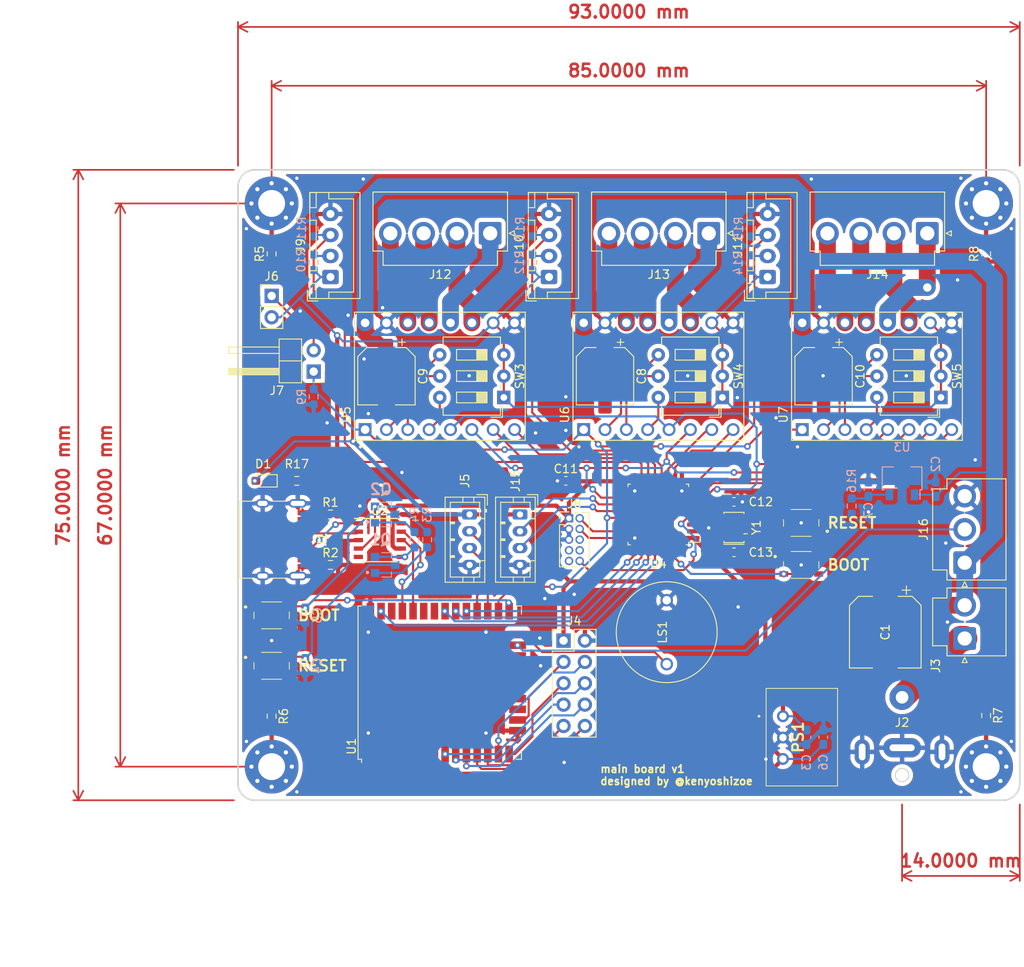
<source format=kicad_pcb>
(kicad_pcb (version 20211014) (generator pcbnew)
  (layers (0 "F.Cu" signal) (31 "B.Cu" signal) (34 "B.Paste" user) (35 "F.Paste" user) (36 "B.SilkS" user "B.Silkscreen") (37 "F.SilkS" user "F.Silkscreen") (38 "B.Mask" user) (39 "F.Mask" user) (44 "Edge.Cuts" user))
  (net 0 "")
  (net 1 "+12V")
  (net 2 "GND")
  (net 3 "EN")
  (net 4 "IO0")
  (net 5 "+3.3V")
  (net 6 "+5V")
  (net 7 "Net-(H1-Pad1)")
  (net 8 "Net-(H2-Pad1)")
  (net 9 "Net-(H3-Pad1)")
  (net 10 "Net-(H4-Pad1)")
  (net 12 "Net-(J1-PadA5)")
  (net 13 "Net-(J1-PadA6)")
  (net 14 "Net-(J1-PadA7)")
  (net 16 "Net-(J1-PadB5)")
  (net 18 "Net-(J2-Pad1)")
  (net 19 "HSPI_MOSI")
  (net 20 "HSPI_SCK")
  (net 21 "HSPI_MISO")
  (net 22 "TOUCH_IRQ")
  (net 23 "LCD_BACKLIGHT")
  (net 24 "LCD_RESET")
  (net 25 "TOUCH_CS")
  (net 26 "LCD_CS")
  (net 27 "ESP32_TX1")
  (net 28 "ESP32_RX1")
  (net 29 "Net-(J6-Pad1)")
  (net 30 "~{EMG}")
  (net 31 "Net-(J9-Pad2)")
  (net 32 "SENS_IN1")
  (net 33 "SENS_IN2")
  (net 34 "Net-(J12-Pad1)")
  (net 35 "Net-(J12-Pad2)")
  (net 36 "Net-(J12-Pad3)")
  (net 37 "Net-(J12-Pad4)")
  (net 38 "Net-(J13-Pad1)")
  (net 39 "Net-(J13-Pad2)")
  (net 40 "Net-(J13-Pad3)")
  (net 41 "Net-(J13-Pad4)")
  (net 42 "Net-(J14-Pad1)")
  (net 43 "Net-(J14-Pad2)")
  (net 44 "Net-(J14-Pad3)")
  (net 45 "Net-(J14-Pad4)")
  (net 46 "Net-(Q1-Pad1)")
  (net 47 "Net-(Q1-Pad2)")
  (net 48 "Net-(Q2-Pad1)")
  (net 49 "Net-(Q2-Pad2)")
  (net 50 "Net-(SW3-Pad6)")
  (net 51 "Net-(SW4-Pad4)")
  (net 52 "Net-(SW4-Pad5)")
  (net 53 "Net-(SW4-Pad6)")
  (net 54 "Net-(SW5-Pad6)")
  (net 64 "ESP32_TX2")
  (net 65 "ESP32_RX2")
  (net 66 "VSPI_SCK")
  (net 67 "VSPI_MISO")
  (net 71 "VSPI_MOSI")
  (net 73 "~{SLEEP}")
  (net 74 "RESET")
  (net 75 "STEP_3")
  (net 76 "DIR_3")
  (net 77 "STEP_2")
  (net 78 "DIR_2")
  (net 79 "STEP_1")
  (net 80 "DIR_1")
  (net 82 "SENS_IN3")
  (net 83 "Net-(SW3-Pad4)")
  (net 84 "Net-(SW3-Pad5)")
  (net 85 "Net-(SW5-Pad4)")
  (net 86 "Net-(SW5-Pad5)")
  (net 87 "STM32_nRESET")
  (net 88 "STM32_CS")
  (net 89 "Net-(U4-Pad2)")
  (net 90 "Net-(U4-Pad3)")
  (net 91 "STM32_USART1_TX")
  (net 92 "STM32_USART1_RX")
  (net 94 "STM32_SWDIO")
  (net 95 "STM32_SWCLK")
  (net 101 "Net-(J10-Pad2)")
  (net 102 "Net-(J11-Pad2)")
  (net 103 "Net-(SW7-Pad3)")
  (net 104 "WS2815")
  (net 106 "Net-(D1-Pad1)")
  (net 107 "Net-(U1-Pad24)")
  (footprint "Resistor_SMD:R_0603_1608Metric_Pad0.98x0.95mm_HandSolder" (layer "F.Cu") (at 149 124.9125 -90)
    (fp_text reference "R7")
    (fp_text value "0")
  )
  (footprint "Samacsys:SKRPABE010" (layer "F.Cu") (at 64 119)
    (fp_text reference "RESET")
    (fp_text value "SW_MEC_5E" hide)
  )
  (footprint "Crystal:Resonator_SMD_Murata_CSTxExxV-3Pin_3.0x1.1mm_HandSoldering" (layer "F.Cu") (at 119 102.545 90)
    (fp_text reference "Y1")
    (fp_text value "Crystal_GND2")
  )
  (footprint "Resistor_SMD:R_0603_1608Metric_Pad0.98x0.95mm_HandSolder" (layer "F.Cu") (at 64 70 90)
    (fp_text reference "R5")
    (fp_text value "0")
  )
  (footprint "Connector_JST:JST_VH_B2P-VH_1x02_P3.96mm_Vertical" (layer "F.Cu") (at 146.45 115.7575 90)
    (fp_text reference "J3")
    (fp_text value "Conn_01x02")
  )
  (footprint "RF_Module:ESP32-WROOM-32U" (layer "F.Cu") (at 84 121 90)
    (fp_text reference "U1")
    (fp_text value "ESP32-WROOM-32U")
  )
  (footprint "A4988_STEPPER_MOTOR_DRIVER_CARRIER:MODULE_A4988_STEPPER_MOTOR_DRIVER_CARRIER" (layer "F.Cu") (at 110.01 84.555 90)
    (fp_text reference "U6")
    (fp_text value "A4988_STEPPER_MOTOR_DRIVER_CARRIER")
  )
  (footprint "MountingHole:MountingHole_3.2mm_M3_Pad_Via" (layer "F.Cu") (at 149 64)
    (fp_text reference "H4" hide)
    (fp_text value "MountingHole_Pad" hide)
  )
  (footprint "Connector_PinHeader_2.54mm:PinHeader_2x05_P2.54mm_Vertical" (layer "F.Cu") (at 98.725 116)
    (fp_text reference "J4")
    (fp_text value "Conn_02x05_Counter_Clockwise")
  )
  (footprint "Samacsys:SKRPABE010" (layer "F.Cu") (at 127 107)
    (fp_text reference "BOOT")
    (fp_text value "SW_MEC_5E" hide)
  )
  (footprint "Connector_PinHeader_2.54mm:PinHeader_1x02_P2.54mm_Horizontal" (layer "F.Cu") (at 69 84 180)
    (fp_text reference "J7")
    (fp_text value "Conn_01x02")
  )
  (footprint "Button_Switch_THT:SW_DIP_SPSTx03_Slide_6.7x9.18mm_W7.62mm_P2.54mm_LowProfile" (layer "F.Cu") (at 143.62 87.08 180)
    (fp_text reference "SW5")
    (fp_text value "SW_DIP_x03")
  )
  (footprint "brio:logo_mask" (layer "F.Cu") (at 112 126)
    (fp_text reference "G***" hide)
    (fp_text value "LOGO" hide)
  )
  (footprint "Connector_PinHeader_2.54mm:PinHeader_1x02_P2.54mm_Vertical" (layer "F.Cu") (at 64 75)
    (fp_text reference "J6")
    (fp_text value "Conn_01x02")
  )
  (footprint "Connector_PinHeader_1.27mm:PinHeader_2x05_P1.27mm_Vertical" (layer "F.Cu") (at 99.375 101.45)
    (fp_text reference "J8")
    (fp_text value "Conn_02x05_Odd_Even")
  )
  (footprint "Samacsys:SKRPABE010" (layer "F.Cu") (at 127 102 180)
    (fp_text reference "RESET")
    (fp_text value "SW_MEC_5E" hide)
  )
  (footprint "Connector_JST:JST_XH_B4B-XH-A_1x04_P2.50mm_Vertical" (layer "F.Cu") (at 123 72.75 90)
    (fp_text reference "J11")
    (fp_text value "Conn_01x04")
  )
  (footprint "Button_Switch_THT:SW_DIP_SPSTx03_Slide_6.7x9.18mm_W7.62mm_P2.54mm_LowProfile" (layer "F.Cu") (at 91.62 87.08 180)
    (fp_text reference "SW3")
    (fp_text value "SW_DIP_x03")
  )
  (footprint "A4988_STEPPER_MOTOR_DRIVER_CARRIER:MODULE_A4988_STEPPER_MOTOR_DRIVER_CARRIER" (layer "F.Cu") (at 84.01 84.555 90)
    (fp_text reference "U5")
    (fp_text value "A4988_STEPPER_MOTOR_DRIVER_CARRIER")
  )
  (footprint "Samacsys:R78E1205" (layer "F.Cu") (at 124.8275 125 -90)
    (fp_text reference "PS1")
    (fp_text value "R-78E3.3-0.5" hide)
  )
  (footprint "Capacitor_SMD:CP_Elec_6.3x5.7" (layer "F.Cu") (at 129.66 84.555 -90)
    (fp_text reference "C10")
    (fp_text value "100u")
  )
  (footprint "brio:UDB-05LFPN" (layer "F.Cu") (at 111 115 90)
    (fp_text reference "LS1")
    (fp_text value "Speaker")
  )
  (footprint "Connector_JST:JST_XH_B4B-XH-A_1x04_P2.50mm_Vertical" (layer "F.Cu") (at 71 72.75 90)
    (fp_text reference "J9")
    (fp_text value "Conn_01x04")
  )
  (footprint "Package_QFP:LQFP-32_7x7mm_P0.8mm" (layer "F.Cu") (at 110 101 180)
    (fp_text reference "U4")
    (fp_text value "STM32F303K8Tx")
  )
  (footprint "Connector_JST:JST_XH_B4B-XH-A_1x04_P2.50mm_Vertical" (layer "F.Cu") (at 97 72.75 90)
    (fp_text reference "J10")
    (fp_text value "Conn_01x04")
  )
  (footprint "Button_Switch_THT:SW_DIP_SPSTx03_Slide_6.7x9.18mm_W7.62mm_P2.54mm_LowProfile" (layer "F.Cu") (at 117.62 87.08 180)
    (fp_text reference "SW4")
    (fp_text value "SW_DIP_x03")
  )
  (footprint "Connector_JST:JST_VH_B4P-VH_1x04_P3.96mm_Vertical" (layer "F.Cu") (at 116 67.55 180)
    (fp_text reference "J13")
    (fp_text value "Conn_01x04")
  )
  (footprint "Samacsys:SKRPABE010" (layer "F.Cu") (at 64 113)
    (fp_text reference "BOOT")
    (fp_text value "SW_MEC_5E" hide)
  )
  (footprint "Resistor_SMD:R_0603_1608Metric_Pad0.98x0.95mm_HandSolder" (layer "F.Cu") (at 71 107)
    (fp_text reference "R2")
    (fp_text value "22")
  )
  (footprint "MountingHole:MountingHole_3.2mm_M3_Pad_Via" (layer "F.Cu") (at 149 131)
    (fp_text reference "H3" hide)
    (fp_text value "MountingHole_Pad" hide)
  )
  (footprint "Connector_USB:USB_C_Receptacle_XKB_U262-16XN-4BVC11" (layer "F.Cu") (at 64 104 -90)
    (fp_text reference "J1")
    (fp_text value "USB_C_Receptacle_USB2.0")
  )
  (footprint "Capacitor_SMD:CP_Elec_6.3x5.7" (layer "F.Cu") (at 103.66 84.555 -90)
    (fp_text reference "C8")
    (fp_text value "100u")
  )
  (footprint "Resistor_SMD:R_0603_1608Metric_Pad0.98x0.95mm_HandSolder" (layer "F.Cu") (at 64 125 -90)
    (fp_text reference "R6")
    (fp_text value "0")
  )
  (footprint "Connector_JST:JST_PH_B4B-PH-K_1x04_P2.00mm_Vertical" (layer "F.Cu") (at 93.55 101 -90)
    (fp_text reference "J15")
    (fp_text value "Conn_01x04")
  )
  (footprint "Capacitor_SMD:C_0603_1608Metric_Pad1.08x0.95mm_HandSolder" (layer "F.Cu") (at 119 99.5 180)
    (fp_text reference "C12")
    (fp_text value "0.1u")
  )
  (footprint "Connector_JST:JST_VH_B4P-VH_1x04_P3.96mm_Vertical" (layer "F.Cu") (at 142 67.55 180)
    (fp_text reference "J14")
    (fp_text value "Conn_01x04")
  )
  (footprint "Connector_JST:JST_VH_B3P-VH_1x03_P3.96mm_Vertical" (layer "F.Cu") (at 146.45 106.7375 90)
    (fp_text reference "J16")
    (fp_text value "Conn_01x03")
  )
  (footprint "A4988_STEPPER_MOTOR_DRIVER_CARRIER:MODULE_A4988_STEPPER_MOTOR_DRIVER_CARRIER" (layer "F.Cu") (at 136.01 84.555 90)
    (fp_text reference "U7")
    (fp_text value "A4988_STEPPER_MOTOR_DRIVER_CARRIER")
  )
  (footprint "Resistor_SMD:R_0603_1608Metric_Pad0.98x0.95mm_HandSolder" (layer "F.Cu") (at 71 101)
    (fp_text reference "R1")
    (fp_text value "22")
  )
  (footprint "Connector_JST:JST_PH_B4B-PH-K_1x04_P2.00mm_Vertical" (layer "F.Cu") (at 87.55 101 -90)
    (fp_text reference "J5")
    (fp_text value "Conn_01x04")
  )
  (footprint "Resistor_SMD:R_0603_1608Metric_Pad0.98x0.95mm_HandSolder" (layer "F.Cu") (at 67 97 180)
    (fp_text reference "R17")
    (fp_text value "1k")
  )
  (footprint "LED_SMD:LED_0603_1608Metric_Pad1.05x0.95mm_HandSolder" (layer "F.Cu") (at 63 97 180)
    (fp_text reference "D1")
    (fp_text value "LED")
  )
  (footprint "Capacitor_SMD:C_0603_1608Metric_Pad1.08x0.95mm_HandSolder" (layer "F.Cu") (at 99 97)
    (fp_text reference "C11")
    (fp_text value "0.1u")
  )
  (footprint "Resistor_SMD:R_0603_1608Metric_Pad0.98x0.95mm_HandSolder" (layer "F.Cu") (at 149 70 90)
    (fp_text reference "R8")
    (fp_text value "0")
  )
  (footprint "Capacitor_SMD:CP_Elec_8x10" (layer "F.Cu") (at 137 115 -90)
    (fp_text reference "C1")
    (fp_text value "220u")
  )
  (footprint "brio:2DC-G213-D42" (layer "F.Cu") (at 139 122.75 180)
    (fp_text reference "J2")
    (fp_text value "Jack-DC")
    (fp_circle (center 0 -9.25) (end 0.8 -9.25) (layer "Edge.Cuts") (width 0.12) (fill none))
  )
  (footprint "Capacitor_SMD:C_0603_1608Metric_Pad1.08x0.95mm_HandSolder" (layer "F.Cu") (at 119 105.5 180)
    (fp_text reference "C13")
    (fp_text value "0.1u")
  )
  (footprint "MountingHole:MountingHole_3.2mm_M3_Pad_Via" (layer "F.Cu") (at 64 64)
    (fp_text reference "H1" hide)
    (fp_text value "MountingHole_Pad" hide)
  )
  (footprint "Capacitor_SMD:CP_Elec_6.3x5.7" (layer "F.Cu") (at 77.66 84.555 -90)
    (fp_text reference "C9")
    (fp_text value "100u")
  )
  (footprint "Package_SO:SSOP-10_3.9x4.9mm_P1.00mm" (layer "F.Cu") (at 76.8675 104.05)
    (fp_text reference "U2")
    (fp_text value "CH340K")
  )
  (footprint "Connector_JST:JST_VH_B4P-VH_1x04_P3.96mm_Vertical" (layer "F.Cu") (at 90 67.55 180)
    (fp_text reference "J12")
    (fp_text value "Conn_01x04")
  )
  (footprint "MountingHole:MountingHole_3.2mm_M3_Pad_Via" (layer "F.Cu") (at 64 131)
    (fp_text reference "H2" hide)
    (fp_text value "MountingHole_Pad" hide)
  )
  (footprint "Resistor_SMD:R_0603_1608Metric_Pad0.98x0.95mm_HandSolder" (layer "B.Cu") (at 82.5 104 -90)
    (fp_text reference "R3")
    (fp_text value "10k")
  )
  (footprint "Capacitor_SMD:C_0603_1608Metric_Pad1.08x0.95mm_HandSolder" (layer "B.Cu") (at 68 119 90)
    (fp_text reference "C4")
    (fp_text value "0.1u")
  )
  (footprint "Resistor_SMD:R_0603_1608Metric_Pad0.98x0.95mm_HandSolder" (layer "B.Cu") (at 133 100 90)
    (fp_text reference "R16")
    (fp_text value "10k")
  )
  (footprint "Capacitor_SMD:C_0603_1608Metric_Pad1.08x0.95mm_HandSolder" (layer "B.Cu") (at 129.6275 127.49 -90)
    (fp_text reference "C6")
    (fp_text value "10u")
  )
  (footprint "Samacsys:2SC3325YLF" (layer "B.Cu") (at 77 101 90)
    (fp_text reference "Q2")
    (fp_text value "2SC3325-Y,LF" hide)
  )
  (footprint "Resistor_SMD:R_0603_1608Metric_Pad0.98x0.95mm_HandSolder" (layer "B.Cu") (at 69 67 -90)
    (fp_text reference "R11")
    (fp_text value "10k")
  )
  (footprint "Resistor_SMD:R_0603_1608Metric_Pad0.98x0.95mm_HandSolder" (layer "B.Cu") (at 95 71 90)
    (fp_text reference "R12")
    (fp_text value "100")
  )
  (footprint "Resistor_SMD:R_0603_1608Metric_Pad0.98x0.95mm_HandSolder" (layer "B.Cu") (at 69 87 -90)
    (fp_text reference "R9")
    (fp_text value "10k")
  )
  (footprint "Samacsys:2SC3325YLF" (layer "B.Cu") (at 77 107 90)
    (fp_text reference "Q1")
    (fp_text value "2SC3325-Y,LF" hide)
  )
  (footprint "Capacitor_SMD:C_0603_1608Metric_Pad1.08x0.95mm_HandSolder" (layer "B.Cu") (at 127.6275 127.49 90)
    (fp_text reference "C3")
    (fp_text value "10u")
  )
  (footprint "Package_TO_SOT_SMD:SOT-89-3" (layer "B.Cu") (at 139 97 90)
    (fp_text reference "U3")
    (fp_text value "AP2204R-5.0")
  )
  (footprint "Capacitor_SMD:C_0603_1608Metric_Pad1.08x0.95mm_HandSolder" (layer "B.Cu") (at 143 98 -90)
    (fp_text reference "C2")
    (fp_text value "0.1u")
  )
  (footprint "Capacitor_SMD:C_0603_1608Metric_Pad1.08x0.95mm_HandSolder" (layer "B.Cu") (at 135 98 -90)
    (fp_text reference "C7")
    (fp_text value "0.1u")
  )
  (footprint "Resistor_SMD:R_0603_1608Metric_Pad0.98x0.95mm_HandSolder" (layer "B.Cu") (at 69 71 90)
    (fp_text reference "R10")
    (fp_text value "100")
  )
  (footprint "Resistor_SMD:R_0603_1608Metric_Pad0.98x0.95mm_HandSolder" (layer "B.Cu") (at 95 67 -90)
    (fp_text reference "R13")
    (fp_text value "10k")
  )
  (footprint "Capacitor_SMD:C_0603_1608Metric_Pad1.08x0.95mm_HandSolder" (layer "B.Cu") (at 68 113 90)
    (fp_text reference "C5")
    (fp_text value "0.1u")
  )
  (footprint "Resistor_SMD:R_0603_1608Metric_Pad0.98x0.95mm_HandSolder" (layer "B.Cu") (at 121 67 -90)
    (fp_text reference "R15")
    (fp_text value "10k")
  )
  (footprint "Resistor_SMD:R_0603_1608Metric_Pad0.98x0.95mm_HandSolder" (layer "B.Cu") (at 121 71.0875 90)
    (fp_text reference "R14")
    (fp_text value "100")
  )
  (footprint "Resistor_SMD:R_0603_1608Metric_Pad0.98x0.95mm_HandSolder" (layer "B.Cu") (at 81 104 90)
    (fp_text reference "R4")
    (fp_text value "10k")
  )
  (gr_line locked (start 60 62) (end 60 133) (layer "Edge.Cuts") (width 0.2))
  (gr_arc (start 153 133) (mid 152.414214 134.414214) (end 151 135) (layer "Edge.Cuts") (width 0.2))
  (gr_line locked (start 151 60) (end 62 60) (layer "Edge.Cuts") (width 0.2))
  (gr_line locked (start 153 133) (end 153 62) (layer "Edge.Cuts") (width 0.2))
  (gr_line locked (start 62 135) (end 151 135) (layer "Edge.Cuts") (width 0.2))
  (gr_arc (start 60 62) (mid 60.585786 60.585786) (end 62 60) (layer "Edge.Cuts") (width 0.2))
  (gr_arc (start 151 60) (mid 152.414214 60.585786) (end 153 62) (layer "Edge.Cuts") (width 0.2))
  (gr_arc (start 62 135) (mid 60.585786 134.414214) (end 60 133) (layer "Edge.Cuts") (width 0.2))
  (gr_text "main board v1\ndesigned by @kenyoshizoe\n" (at 103 132) (layer "F.SilkS") (effects (font (size 0.9 0.9) (thickness 0.2)) (justify left)))
  (dimension (type aligned) (layer "F.Cu") (pts (xy 60 60) (xy 60 135)) (height 18.999999) (gr_text "75.0000 mm" (at 39.200001 97.5 90) (layer "F.Cu") (effects (font (size 1.5 1.5) (thickness 0.3)))) (format (units 3) (units_format 1) (precision 4)) (style (thickness 0.2) (arrow_length 1.27) (text_position_mode 0) (extension_height 0.58642) (extension_offset 0.5) keep_text_aligned))
  (dimension (type aligned) (layer "F.Cu") (pts (xy 149 64) (xy 64 64)) (height 13.999999) (gr_text "85.0000 mm" (at 106.5 48.200001) (layer "F.Cu") (effects (font (size 1.5 1.5) (thickness 0.3)))) (format (units 3) (units_format 1) (precision 4)) (style (thickness 0.2) (arrow_length 1.27) (text_position_mode 0) (extension_height 0.58642) (extension_offset 0.5) keep_text_aligned))
  (dimension (type aligned) (layer "F.Cu") (pts (xy 64 64) (xy 64 131)) (height 17.999999) (gr_text "67.0000 mm" (at 44.200001 97.5 90) (layer "F.Cu") (effects (font (size 1.5 1.5) (thickness 0.3)))) (format (units 3) (units_format 1) (precision 4)) (style (thickness 0.2) (arrow_length 1.27) (text_position_mode 0) (extension_height 0.58642) (extension_offset 0.5) keep_text_aligned))
  (dimension (type aligned) (layer "F.Cu") (pts (xy 153 135) (xy 139 135)) (height -9) (gr_text "14.0000 mm" (at 146 142.2) (layer "F.Cu") (effects (font (size 1.5 1.5) (thickness 0.3)))) (format (units 3) (units_format 1) (precision 4)) (style (thickness 0.2) (arrow_length 1.27) (text_position_mode 0) (extension_height 0.58642) (extension_offset 0.5) keep_text_aligned))
  (dimension (type aligned) (layer "F.Cu") (pts (xy 60 60) (xy 153 60)) (height -17) (gr_text "93.0000 mm" (at 106.5 41.2) (layer "F.Cu") (effects (font (size 1.5 1.5) (thickness 0.3)))) (format (units 3) (units_format 1) (precision 4)) (style (thickness 0.2) (arrow_length 1.27) (text_position_mode 0) (extension_height 0.58642) (extension_offset 0.5) keep_text_aligned))
  (segment (start 103.66 81.855) (end 101.12 79.315) (width 2) (layer "F.Cu") (net 1))
  (segment (start 146.45 111.7975) (end 137.0475 111.7975) (width 2) (layer "F.Cu") (net 1))
  (segment (start 73.7 85.815) (end 77.66 81.855) (width 0.5) (layer "F.Cu") (net 1))
  (segment (start 77.66 81.855) (end 75.12 79.315) (width 2) (layer "F.Cu") (net 1))
  (segment (start 75.12 79.315) (end 75.12 78.205) (width 2) (layer "F.Cu") (net 1))
  (segment (start 129.66 81.855) (end 127.12 79.315) (width 2) (layer "F.Cu") (net 1))
  (segment (start 93.55 101) (end 87.55 101) (width 0.5) (layer "F.Cu") (net 1))
  (segment (start 137.0475 111.7975) (end 137 111.75) (width 2) (layer "F.Cu") (net 1))
  (segment (start 101.12 79.315) (end 101.12 78.205) (width 2) (layer "F.Cu") (net 1))
  (segment (start 127.12 79.315) (end 127.12 78.205) (width 2) (layer "F.Cu") (net 1))
  (segment (start 131.25 111.75) (end 137 111.75) (width 0.5) (layer "F.Cu") (net 1))
  (segment (start 124.8275 118.1725) (end 131.25 111.75) (width 0.5) (layer "F.Cu") (net 1))
  (segment (start 73.7 92.3) (end 73.7 85.815) (width 0.5) (layer "F.Cu") (net 1))
  (segment (start 124.8275 125) (end 124.8275 118.1725) (width 0.5) (layer "F.Cu") (net 1))
  (via (at 62 97) (size 0.8) (drill 0.4) (layers "F.Cu" "B.Cu") (net 1))
  (via (at 73.7 92.3) (size 0.8) (drill 0.4) (layers "F.Cu" "B.Cu") (net 1))
  (segment (start 101.12 62.12) (end 101.24 62) (width 2) (layer "B.Cu") (net 1))
  (segment (start 127.12 78.205) (end 127.12 70.88) (width 2) (layer "B.Cu") (net 1))
  (segment (start 127.6275 126.6275) (end 126 125) (width 0.25) (layer "B.Cu") (net 1))
  (segment (start 82.4 101) (end 73.7 92.3) (width 0.5) (layer "B.Cu") (net 1))
  (segment (start 145.8625 96) (end 150 96) (width 0.25) (layer "B.Cu") (net 1))
  (segment (start 77 62) (end 101.24 62) (width 2) (layer "B.Cu") (net 1))
  (segment (start 62 97) (end 66.7 92.3) (width 0.25) (layer "B.Cu") (net 1))
  (segment (start 101.24 62) (end 126 62) (width 2) (layer "B.Cu") (net 1))
  (segment (start 146.45 106.7375) (end 146.45 111.7975) (width 2) (layer "B.Cu") (net 1))
  (segment (start 75.12 63.88) (end 77 62) (width 2) (layer "B.Cu") (net 1))
  (segment (start 143 98.8625) (end 145.8625 96) (width 0.25) (layer "B.Cu") (net 1))
  (segment (start 147.88 70.88) (end 150 73) (width 2) (layer "B.Cu") (net 1))
  (segment (start 140.5 98.65) (end 142.7875 98.65) (width 0.25) (layer "B.Cu") (net 1))
  (segment (start 87.55 101) (end 82.4 101) (width 0.5) (layer "B.Cu") (net 1))
  (segment (start 150 96) (end 150 103.1875) (width 2) (layer "B.Cu") (net 1))
  (segment (start 127.12 63.12) (end 126 62) (width 2) (layer "B.Cu") (net 1))
  (segment (start 101.12 78.205) (end 101.12 62.12) (width 2) (layer "B.Cu") (net 1))
  (segment (start 75.12 78.205) (end 75.12 63.88) (width 2) (layer "B.Cu") (net 1))
  (segment (start 127.12 70.88) (end 127.12 63.12) (width 2) (layer "B.Cu") (net 1))
  (segment (start 126 125) (end 124.8275 125) (width 0.25) (layer "B.Cu") (net 1))
  (segment (start 150 103.1875) (end 146.45 106.7375) (width 2) (layer "B.Cu") (net 1))
  (segment (start 142.7875 98.65) (end 143 98.8625) (width 0.25) (layer "B.Cu") (net 1))
  (segment (start 150 73) (end 150 96) (width 2) (layer "B.Cu") (net 1))
  (segment (start 127.12 70.88) (end 147.88 70.88) (width 2) (layer "B.Cu") (net 1))
  (segment (start 66.7 92.3) (end 73.7 92.3) (width 0.25) (layer "B.Cu") (net 1))
  (segment (start 113.1745 105.175) (end 113.7 104.6495) (width 0.25) (layer "F.Cu") (net 2))
  (segment (start 112.8 105.175) (end 113.1745 105.175) (width 0.25) (layer "F.Cu") (net 2))
  (via (at 128.2 61.1) (size 0.8) (drill 0.4) (layers "F.Cu" "B.Cu") (net 2))
  (via (at 129.6 84.5) (size 0.8) (drill 0.4) (layers "F.Cu" "B.Cu") (net 2))
  (via (at 146 61) (size 0.8) (drill 0.4) (layers "F.Cu" "B.Cu") (net 2))
  (via (at 89.5 127) (size 0.8) (drill 0.4) (layers "F.Cu" "B.Cu") (net 2))
  (via (at 112.8 98.2) (size 0.8) (drill 0.4) (layers "F.Cu" "B.Cu") (net 2))
  (via (at 116 102.6) (size 0.8) (drill 0.4) (layers "F.Cu" "B.Cu") (net 2))
  (via (at 152 128) (size 0.8) (drill 0.4) (layers "F.Cu" "B.Cu") (net 2))
  (via (at 107.2 103.8) (size 0.8) (drill 0.4) (layers "F.Cu" "B.Cu") (net 2))
  (via (at 61 128) (size 0.8) (drill 0.4) (layers "F.Cu" "B.Cu") (net 2))
  (via (at 74.5 100) (size 0.8) (drill 0.4) (layers "F.Cu" "B.Cu") (net 2))
  (via (at 100 110.5) (size 0.8) (drill 0.4) (layers "F.Cu" "B.Cu") (net 2))
  (via (at 98 97) (size 0.8) (drill 0.4) (layers "F.Cu" "B.Cu") (net 2))
  (via (at 96 119) (size 0.8) (drill 0.4) (layers "F.Cu" "B.Cu") (net 2))
  (via (at 127 107) (size 0.8) (drill 0.4) (layers "F.Cu" "B.Cu") (net 2))
  (via (at 129.2 76.3) (size 0.8) (drill 0.4) (layers "F.Cu" "B.Cu") (net 2))
  (via (at 96.5 111) (size 0.8) (drill 0.4) (layers "F.Cu" "B.Cu") (net 2))
  (via (at 99 87) (size 0.8) (drill 0.4) (layers "F.Cu" "B.Cu") (net 2))
  (via (at 73.1 77.3) (size 0.8) (drill 0.4) (layers "F.Cu" "B.Cu") (net 2))
  (via (at 107.2 98.2) (size 0.8) (drill 0.4) (layers "F.Cu" "B.Cu") (net 2))
  (via (at 135 100.7) (size 0.8) (drill 0.4) (layers "F.Cu" "B.Cu") (net 2))
  (via (at 67.4 76.8) (size 0.8) (drill 0.4) (layers "F.Cu" "B.Cu") (net 2))
  (via (at 98.8 130.5) (size 0.8) (drill 0.4) (layers "F.Cu" "B.Cu") (net 2))
  (via (at 144.4 113.8) (size 0.8) (drill 0.4) (layers "F.Cu" "B.Cu") (net 2))
  (via (at 75.5 127) (size 0.8) (drill 0.4) (layers "F.Cu" "B.Cu") (net 2))
  (via (at 87.5 84.5) (size 0.8) (drill 0.4) (layers "F.Cu" "B.Cu") (net 2))
  (via (at 119.5 112) (size 0.8) (drill 0.4) (layers "F.Cu" "B.Cu") (net 2))
  (via (at 147.7 94.5) (size 0.8) (drill 0.4) (layers "F.Cu" "B.Cu") (net 2))
  (via (at 75.5 89) (size 0.8) (drill 0.4) (layers "F.Cu" "B.Cu") (net 2))
  (via (at 113.5 84.5) (size 0.8) (drill 0.4) (layers "F.Cu" "B.Cu") (net 2))
  (via (at 77.2 76.4) (size 0.8) (drill 0.4) (layers "F.Cu" "B.Cu") (net 2))
  (via (at 127 102) (size 0.8) (drill 0.4) (layers "F.Cu" "B.Cu") (net 2))
  (via (at 122.8 130.1) (size 0.8) (drill 0.4) (layers "F.Cu" "B.Cu") (net 2))
  (via (at 144.2 104.4) (size 0.8) (drill 0.4) (layers "F.Cu" "B.Cu") (net 2))
  (via (at 139.5 84.5) (size 0.8) (drill 0.4) (layers "F.Cu" "B.Cu") (net 2))
  (via (at 99 91) (size 0.8) (drill 0.4) (layers "F.Cu" "B.Cu") (net 2))
  (via (at 120 99.5) (size 0.8) (drill 0.4) (layers "F.Cu" "B.Cu") (net 2))
  (via (at 119.4 87.1) (size 0.8) (drill 0.4) (layers "F.Cu" "B.Cu") (net 2))
  (via (at 152 67) (size 0.8) (drill 0.4) (layers "F.Cu" "B.Cu") (net 2))
  (via (at 67 61) (size 0.8) (drill 0.4) (layers "F.Cu" "B.Cu") (net 2))
  (via (at 75 82.5) (size 0.8) (drill 0.4) (layers "F.Cu" "B.Cu") (net 2))
  (via (at 79.5 96) (size 0.8) (drill 0.4) (layers "F.Cu" "B.Cu") (net 2))
  (via (at 67 134) (size 0.8) (drill 0.4) (layers "F.Cu" "B.Cu") (net 2))
  (via (at 145.6 73.1) (size 0.8) (drill 0.4) (layers "F.Cu" "B.Cu") (net 2))
  (via (at 75.5 115) (size 0.8) (drill 0.4) (layers "F.Cu" "B.Cu") (net 2))
  (via (at 113.7 104.6495) (size 0.8) (drill 0.4) (layers "F.Cu" "B.Cu") (net 2))
  (via (at 95.9 115.7) (size 0.8) (drill 0.4) (layers "F.Cu" "B.Cu") (net 2))
  (via (at 124 89.5) (size 0.8) (drill 0.4) (layers "F.Cu" "B.Cu") (net 2))
  (via (at 146 134) (size 0.8) (drill 0.4) (layers "F.Cu" "B.Cu") (net 2))
  (via (at 61 67) (size 0.8) (drill 0.4) (layers "F.Cu" "B.Cu") (net 2))
  (via (at 74.9 61.1) (size 0.8) (drill 0.4) (layers "F.Cu" "B.Cu") (net 2))
  (via (at 89.5 115) (size 0.8) (drill 0.4) (layers "F.Cu" "B.Cu") (net 2))
  (via (at 77 97.5) (size 0.8) (drill 0.4) (layers "F.Cu" "B.Cu") (net 2))
  (via (at 64 116) (size 0.8) (drill 0.4) (layers "F.Cu" "B.Cu") (net 2))
  (via (at 70.6 90.1) (size 0.8) (drill 0.4) (layers "F.Cu" "B.Cu") (net 2))
  (via (at 95.4 91.3) (size 0.8) (drill 0.4) (layers "F.Cu" "B.Cu") (net 2))
  (segment (start 125.64 128.3525) (end 124.8275 127.54) (width 0.5) (layer "B.Cu") (net 2))
  (segment (start 129.6275 126.6275) (end 129.3525 126.6275) (width 0.5) (layer "B.Cu") (net 2))
  (segment (start 127.6275 128.3525) (end 125.64 128.3525) (width 0.5) (layer "B.Cu") (net 2))
  (segment (start 129.3525 126.6275) (end 127.6275 128.3525) (width 0.5) (layer "B.Cu") (net 2))
  (segment (start 78.285 128.4225) (end 68 118.1375) (width 0.25) (layer "F.Cu") (net 3))
  (segment (start 67.7875 117.925) (end 68 118.1375) (width 0.25) (layer "F.Cu") (net 3))
  (segment (start 66.075 117.925) (end 67.7875 117.925) (width 0.25) (layer "F.Cu") (net 3))
  (segment (start 78.285 129.5) (end 78.285 128.4225) (width 0.25) (layer "F.Cu") (net 3))
  (segment (start 66.075 117.925) (end 61.925 117.925) (width 0.25) (layer "F.Cu") (net 3))
  (via (at 68 118.1375) (size 0.8) (drill 0.4) (layers "F.Cu" "B.Cu") (net 3))
  (segment (start 68.8 113.825) (end 68.8 117.3375) (width 0.25) (layer "B.Cu") (net 3))
  (segment (start 75.625 107) (end 68.8 113.825) (width 0.25) (layer "B.Cu") (net 3))
  (segment (start 78.7 107) (end 75.625 107) (width 0.25) (layer "B.Cu") (net 3))
  (segment (start 68.8 117.3375) (end 68 118.1375) (width 0.25) (layer "B.Cu") (net 3))
  (segment (start 67.7875 111.925) (end 68 112.1375) (width 0.25) (layer "F.Cu") (net 4))
  (segment (start 68.9375 111.2) (end 68 112.1375) (width 0.25) (layer "F.Cu") (net 4))
  (segment (start 73 111.2) (end 68.9375 111.2) (width 0.25) (layer "F.Cu") (net 4))
  (segment (start 92.255 112.5) (end 92.255 111.555) (width 0.25) (layer "F.Cu") (net 4))
  (segment (start 66.075 111.925) (end 67.7875 111.925) (width 0.25) (layer "F.Cu") (net 4))
  (segment (start 92.255 111.555) (end 92.2 111.5) (width 0.25) (layer "F.Cu") (net 4))
  (segment (start 61.925 111.925) (end 66.075 111.925) (width 0.25) (layer "F.Cu") (net 4))
  (via (at 73 111.2) (size 0.8) (drill 0.4) (layers "F.Cu" "B.Cu") (net 4))
  (via (at 68 112.1375) (size 0.8) (drill 0.4) (layers "F.Cu" "B.Cu") (net 4))
  (via (at 92.2 111.5) (size 0.8) (drill 0.4) (layers "F.Cu" "B.Cu") (net 4))
  (segment (start 75.625 101) (end 73.1 103.525) (width 0.25) (layer "B.Cu") (net 4))
  (segment (start 91.9 111.2) (end 73 111.2) (width 0.25) (layer "B.Cu") (net 4))
  (segment (start 78.7 101) (end 75.625 101) (width 0.25) (layer "B.Cu") (net 4))
  (segment (start 73.1 103.525) (end 73.1 107.0375) (width 0.25) (layer "B.Cu") (net 4))
  (segment (start 92.2 111.5) (end 91.9 111.2) (width 0.25) (layer "B.Cu") (net 4))
  (segment (start 73.1 107.0375) (end 68 112.1375) (width 0.25) (layer "B.Cu") (net 4))
  (segment (start 91.62 87.08) (end 91.62 84.54) (width 0.25) (layer "F.Cu") (net 5))
  (segment (start 114.175 100.6) (end 112.7 100.6) (width 0.5) (layer "F.Cu") (net 5))
  (segment (start 111.6 101.7) (end 111.6 102.6) (width 0.5) (layer "F.Cu") (net 5))
  (segment (start 97.875 99.95) (end 79.0225 99.95) (width 0.5) (layer "F.Cu") (net 5))
  (segment (start 143.62 87.08) (end 143.62 84.54) (width 0.25) (layer "F.Cu") (net 5))
  (segment (start 99.301497 101.45) (end 98 102.751497) (width 0.5) (layer "F.Cu") (net 5))
  (segment (start 77.015 129.5) (end 77.015 130.58) (width 0.5) (layer "F.Cu") (net 5))
  (segment (start 99.4625 108.9625) (end 119.3375 108.9625) (width 0.5) (layer "F.Cu") (net 5))
  (segment (start 98 107.5) (end 99.4625 108.9625) (width 0.5) (layer "F.Cu") (net 5))
  (segment (start 114.175 100.6) (end 114.761396 100.6) (width 0.25) (layer "F.Cu") (net 5))
  (segment (start 79.0225 99.95) (end 78.38625 100.58625) (width 0.5) (layer "F.Cu") (net 5))
  (segment (start 115.9375 105.5625) (end 119.3375 108.9625) (width 0.5) (layer "F.Cu") (net 5))
  (segment (start 143.62 84.54) (end 143.62 82) (width 0.25) (layer "F.Cu") (net 5))
  (segment (start 112.8 103.8) (end 114.175 103.8) (width 0.5) (layer "F.Cu") (net 5))
  (segment (start 104.725 97.0505) (end 105.825 98.1505) (width 0.5) (layer "F.Cu") (net 5))
  (segment (start 119.3375 108.9625) (end 122.73375 112.35875) (width 0.5) (layer "F.Cu") (net 5))
  (segment (start 71.8 94) (end 71.8 79.7) (width 0.5) (layer "F.Cu") (net 5))
  (segment (start 114.175 103.8) (end 115.1875 104.8125) (width 0.5) (layer "F.Cu") (net 5))
  (segment (start 101.948125 97.0505) (end 99.913 97.0505) (width 0.5) (layer "F.Cu") (net 5))
  (segment (start 78.7125 105.05) (end 78.38625 104.72375) (width 0.5) (layer "F.Cu") (net 5))
  (segment (start 78.284501 131.849501) (end 123.057999 131.849501) (width 0.5) (layer "F.Cu") (net 5))
  (segment (start 117.62 87.08) (end 117.62 84.54) (width 0.25) (layer "F.Cu") (net 5))
  (segment (start 116 105.5) (end 115.9375 105.5625) (width 0.25) (layer "F.Cu") (net 5))
  (segment (start 79.1225 102.05) (end 78.38625 101.31375) (width 0.5) (layer "F.Cu") (net 5))
  (segment (start 91.62 84.54) (end 91.62 82) (width 0.25) (layer "F.Cu") (net 5))
  (segment (start 77.015 130.58) (end 78.284501 131.849501) (width 0.5) (layer "F.Cu") (net 5))
  (segment (start 115.1875 104.8125) (end 115.9375 105.5625) (width 0.5) (layer "F.Cu") (net 5))
  (segment (start 91.62 79.465) (end 90.36 78.205) (width 0.25) (layer "F.Cu") (net 5))
  (segment (start 78.38625 100.58625) (end 71.8 94) (width 0.5) (layer "F.Cu") (net 5))
  (segment (start 143.62 79.465) (end 142.36 78.205) (width 0.25) (layer "F.Cu") (net 5))
  (segment (start 91.62 82) (end 91.62 79.465) (width 0.25) (layer "F.Cu") (net 5))
  (segment (start 78.38625 101.31375) (end 78.38625 100.58625) (width 0.5) (layer "F.Cu") (net 5))
  (segment (start 117.62 84.54) (end 117.62 82) (width 0.25) (layer "F.Cu") (net 5))
  (segment (start 79.4175 105.05) (end 78.7125 105.05) (width 0.5) (layer "F.Cu") (net 5))
  (segment (start 114.761396 100.6) (end 115.861396 99.5) (width 0.25) (layer "F.Cu") (net 5))
  (segment (start 99.913 97.0505) (end 99.8625 97) (width 0.5) (layer "F.Cu") (net 5))
  (segment (start 98.725 109.7) (end 98.725 116) (width 0.5) (layer "F.Cu") (net 5))
  (segment (start 101.948125 97.0505) (end 104.725 97.0505) (width 0.5) (layer "F.Cu") (net 5))
  (segment (start 112.7 100.6) (end 111.6 101.7) (width 0.5) (layer "F.Cu") (net 5))
  (segment (start 99.375 101.45) (end 99.375 99.623625) (width 0.5) (layer "F.Cu") (net 5))
  (segment (start 98 102.751497) (end 98 107.5) (width 0.5) (layer "F.Cu") (net 5))
  (segment (start 118.1375 105.5) (end 116 105.5) (width 0.25) (layer "F.Cu") (net 5))
  (segment (start 123.057999 131.849501) (end 124.8275 130.08) (width 0.5) (layer "F.Cu") (net 5))
  (segment (start 99.375 101.45) (end 97.875 99.95) (width 0.5) (layer "F.Cu") (net 5))
  (segment (start 117.62 82) (end 117.62 79.465) (width 0.25) (layer "F.Cu") (net 5))
  (segment (start 122.73375 127.98625) (end 124.8275 130.08) (width 0.5) (layer "F.Cu") (net 5))
  (segment (start 99.375 101.45) (end 99.301497 101.45) (width 0.5) (layer "F.Cu") (net 5))
  (segment (start 99.375 99.623625) (end 101.948125 97.0505) (width 0.5) (layer "F.Cu") (net 5))
  (segment (start 117.62 79.465) (end 116.36 78.205) (width 0.25) (layer "F.Cu") (net 5))
  (segment (start 111.6 102.6) (end 112.8 103.8) (width 0.5) (layer "F.Cu") (net 5))
  (segment (start 78.38625 104.72375) (end 78.38625 101.31375) (width 0.5) (layer "F.Cu") (net 5))
  (segment (start 115.861396 99.5) (end 118.1375 99.5) (width 0.25) (layer "F.Cu") (net 5))
  (segment (start 122.73375 112.35875) (end 122.73375 127.98625) (width 0.5) (layer "F.Cu") (net 5))
  (segment (start 99.4625 108.9625) (end 98.725 109.7) (width 0.5) (layer "F.Cu") (net 5))
  (segment (start 143.62 82) (end 143.62 79.465) (width 0.25) (layer "F.Cu") (net 5))
  (segment (start 79.4175 102.05) (end 79.1225 102.05) (width 0.5) (layer "F.Cu") (net 5))
  (via (at 71.8 79.7) (size 0.8) (drill 0.4) (layers "F.Cu" "B.Cu") (net 5))
  (segment (start 117.62 87.08) (end 116.495 88.205) (width 0.25) (layer "B.Cu") (net 5))
  (segment (start 127.9 130.08) (end 124.8275 130.08) (width 0.25) (layer "B.Cu") (net 5))
  (segment (start 69.8375 72.75) (end 69.8375 72.7625) (width 0.25) (layer "B.Cu") (net 5))
  (segment (start 71 72.75) (end 69.8375 72.75) (width 0.25) (layer "B.Cu") (net 5))
  (segment (start 90.36 78.205) (end 95.815 72.75) (width 0.25) (layer "B.Cu") (net 5))
  (segment (start 72.5 80.4) (end 71.8 79.7) (width 0.25) (layer "B.Cu") (net 5))
  (segment (start 90.36 78.205) (end 88.165 80.4) (width 0.25) (layer "B.Cu") (net 5))
  (segment (start 95.815 72.75) (end 97 72.75) (width 0.25) (layer "B.Cu") (net 5))
  (segment (start 69.8375 72.75) (end 69 71.9125) (width 0.25) (layer "B.Cu") (net 5))
  (segment (start 129.6275 128.3525) (end 127.9 130.08) (width 0.25) (layer "B.Cu") (net 5))
  (segment (start 92.745 88.205) (end 91.62 87.08) (width 0.25) (layer "B.Cu") (net 5))
  (segment (start 121.815 72.75) (end 123 72.75) (width 0.25) (layer "B.Cu") (net 5))
  (segment (start 67.35 75.25) (end 65.06 77.54) (width 0.25) (layer "B.Cu") (net 5))
  (segment (start 65.06 77.54) (end 64 77.54) (width 0.25) (layer "B.Cu") (net 5))
  (segment (start 117.62 87.08) (end 118.745 88.205) (width 0.25) (layer "B.Cu") (net 5))
  (segment (start 116.36 78.205) (end 121.815 72.75) (width 0.25) (layer "B.Cu") (net 5))
  (segment (start 88.165 80.4) (end 72.5 80.4) (width 0.25) (layer "B.Cu") (net 5))
  (segment (start 121.75 72.75) (end 121 72) (width 0.25) (layer "B.Cu") (net 5))
  (segment (start 142.495 88.205) (end 143.62 87.08) (width 0.25) (layer "B.Cu") (net 5))
  (segment (start 69.8375 72.7625) (end 67.35 75.25) (width 0.25) (layer "B.Cu") (net 5))
  (segment (start 123 72.75) (end 121.75 72.75) (width 0.25) (layer "B.Cu") (net 5))
  (segment (start 95.8375 72.75) (end 95 71.9125) (width 0.25) (layer "B.Cu") (net 5))
  (segment (start 118.745 88.205) (end 142.495 88.205) (width 0.25) (layer "B.Cu") (net 5))
  (segment (start 67.35 75.25) (end 71.8 79.7) (width 0.25) (layer "B.Cu") (net 5))
  (segment (start 97 72.75) (end 95.8375 72.75) (width 0.25) (layer "B.Cu") (net 5))
  (segment (start 116.495 88.205) (end 92.745 88.205) (width 0.25) (layer "B.Cu") (net 5))
  (segment (start 135.2125 98.65) (end 137.5 98.65) (width 0.25) (layer "B.Cu") (net 6))
  (segment (start 133 99.0875) (end 134.775 99.0875) (width 0.25) (layer "B.Cu") (net 6))
  (segment (start 134.775 99.0875) (end 135 98.8625) (width 0.25) (layer "B.Cu") (net 6))
  (segment (start 135 98.8625) (end 135.2125 98.65) (width 0.25) (layer "B.Cu") (net 6))
  (segment (start 64 69.0875) (end 64 64) (width 0.5) (layer "F.Cu") (net 7))
  (segment (start 64 131) (end 64 125.9125) (width 0.5) (layer "F.Cu") (net 8))
  (segment (start 149 125.825) (end 149 131) (width 0.5) (layer "F.Cu") (net 9))
  (segment (start 149 69.0875) (end 149 64) (width 0.5) (layer "F.Cu") (net 10))
  (segment (start 70.0875 101) (end 70.0875 101.2075) (width 0.25) (layer "F.Cu") (net 12))
  (segment (start 68.545 102.75) (end 67.67 102.75) (width 0.25) (layer "F.Cu") (net 12))
  (segment (start 70.0875 101.2075) (end 68.545 102.75) (width 0.25) (layer "F.Cu") (net 12))
  (segment (start 66.477 104.432) (end 66.795 104.75) (width 0.25) (layer "F.Cu") (net 13))
  (segment (start 66.795 104.75) (end 67.67 104.75) (width 0.25) (layer "F.Cu") (net 13))
  (segment (start 74.3175 102.05) (end 71.75 102.05) (width 0.25) (layer "F.Cu") (net 13))
  (segment (start 67.67 103.75) (end 66.542 103.75) (width 0.25) (layer "F.Cu") (net 13))
  (segment (start 67.67 104.75) (end 68.971 104.75) (width 0.25) (layer "F.Cu") (net 13))
  (segment (start 68.971 104.75) (end 69.652 104.069) (width 0.25) (layer "F.Cu") (net 13))
  (segment (start 66.477 103.815) (end 66.477 104.432) (width 0.25) (layer "F.Cu") (net 13))
  (segment (start 71.75 102.05) (end 71.6 102.2) (width 0.25) (layer "F.Cu") (net 13))
  (segment (start 66.542 103.75) (end 66.477 103.815) (width 0.25) (layer "F.Cu") (net 13))
  (via (at 69.652 104.069) (size 0.8) (drill 0.4) (layers "F.Cu" "B.Cu") (net 13))
  (via (at 71.6 102.2) (size 0.8) (drill 0.4) (layers "F.Cu" "B.Cu") (net 13))
  (segment (start 69.652 104.069) (end 71.521 102.2) (width 0.25) (layer "B.Cu") (net 13))
  (segment (start 71.521 102.2) (end 71.6 102.2) (width 0.25) (layer "B.Cu") (net 13))
  (segment (start 68.75 103.25) (end 67.67 103.25) (width 0.25) (layer "F.Cu") (net 14))
  (segment (start 68.75 104.045) (end 68.75 103.25) (width 0.25) (layer "F.Cu") (net 14))
  (segment (start 74.1175 103.25) (end 68.75 103.25) (width 0.25) (layer "F.Cu") (net 14))
  (segment (start 74.3175 103.05) (end 74.1175 103.25) (width 0.25) (layer "F.Cu") (net 14))
  (segment (start 67.67 104.25) (end 68.545 104.25) (width 0.25) (layer "F.Cu") (net 14))
  (segment (start 68.545 104.25) (end 68.75 104.045) (width 0.25) (layer "F.Cu") (net 14))
  (segment (start 70.0875 107) (end 68.8375 105.75) (width 0.25) (layer "F.Cu") (net 16))
  (segment (start 68.8375 105.75) (end 67.67 105.75) (width 0.25) (layer "F.Cu") (net 16))
  (segment (start 145.9925 115.7575) (end 139 122.75) (width 3) (layer "F.Cu") (net 18))
  (segment (start 146.45 115.7575) (end 145.9925 115.7575) (width 3) (layer "F.Cu") (net 18))
  (segment (start 94.58 122.685) (end 94.58 124.95) (width 0.25) (layer "F.Cu") (net 19))
  (segment (start 98.725 118.54) (end 94.58 122.685) (width 0.25) (layer "F.Cu") (net 19))
  (segment (start 94.58 124.95) (end 94.085 125.445) (width 0.25) (layer "F.Cu") (net 19))
  (segment (start 94.085 125.445) (end 93.255 125.445) (width 0.25) (layer "F.Cu") (net 19))
  (segment (start 90.985 129.5) (end 90.985 127.9) (width 0.25) (layer "F.Cu") (net 20))
  (via (at 90.985 127.9) (size 0.8) (drill 0.4) (layers "F.Cu" "B.Cu") (net 20))
  (segment (start 101.265 118.54) (end 100.005 119.8) (width 0.25) (layer "B.Cu") (net 20))
  (segment (start 97.5 119.8) (end 90.985 126.315) (width 0.25) (layer "B.Cu") (net 20))
  (segment (start 100.005 119.8) (end 97.5 119.8) (width 0.25) (layer "B.Cu") (net 20))
  (segment (start 90.985 126.315) (end 90.985 127.9) (width 0.25) (layer "B.Cu") (net 20))
  (segment (start 92.955 129.5) (end 92.255 129.5) (width 0.25) (layer "F.Cu") (net 21))
  (segment (start 95.029501 124.775499) (end 95.029501 127.425499) (width 0.25) (layer "F.Cu") (net 21))
  (segment (start 98.725 121.08) (end 95.029501 124.775499) (width 0.25) (layer "F.Cu") (net 21))
  (segment (start 95.029501 127.425499) (end 92.955 129.5) (width 0.25) (layer "F.Cu") (net 21))
  (via (at 84.635 129.5) (size 0.8) (drill 0.4) (layers "F.Cu" "B.Cu") (net 22))
  (segment (start 100.09 122.255) (end 97.945 122.255) (width 0.25) (layer "B.Cu") (net 22))
  (segment (start 97.945 122.255) (end 90.7 129.5) (width 0.25) (layer "B.Cu") (net 22))
  (segment (start 90.7 129.5) (end 84.635 129.5) (width 0.25) (layer "B.Cu") (net 22))
  (segment (start 101.265 121.08) (end 100.09 122.255) (width 0.25) (layer "B.Cu") (net 22))
  (segment (start 85.905 130.2245) (end 85.905 129.5) (width 0.25) (layer "F.Cu") (net 23))
  (via (at 85.905 130.2245) (size 0.8) (drill 0.4) (layers "F.Cu" "B.Cu") (net 23))
  (segment (start 98.725 123.62) (end 97.522919 123.62) (width 0.25) (layer "B.Cu") (net 23))
  (segment (start 85.9295 130.2) (end 85.905 130.2245) (width 0.25) (layer "B.Cu") (net 23))
  (segment (start 97.522919 123.62) (end 90.942919 130.2) (width 0.25) (layer "B.Cu") (net 23))
  (segment (start 90.942919 130.2) (end 85.9295 130.2) (width 0.25) (layer "B.Cu") (net 23))
  (segment (start 87.175 130.918572) (end 87.169072 130.9245) (width 0.25) (layer "F.Cu") (net 24))
  (segment (start 87.175 129.5) (end 87.175 130.918572) (width 0.25) (layer "F.Cu") (net 24))
  (via (at 87.169072 130.9245) (size 0.8) (drill 0.4) (layers "F.Cu" "B.Cu") (net 24))
  (segment (start 99.985 124.9) (end 97.2 124.9) (width 0.25) (layer "B.Cu") (net 24))
  (segment (start 97.2 124.9) (end 91.1755 130.9245) (width 0.25) (layer "B.Cu") (net 24))
  (segment (start 91.1755 130.9245) (end 87.169072 130.9245) (width 0.25) (layer "B.Cu") (net 24))
  (segment (start 101.265 123.62) (end 99.985 124.9) (width 0.25) (layer "B.Cu") (net 24))
  (segment (start 89.79 130.825) (end 89.715 130.75) (width 0.25) (layer "F.Cu") (net 25))
  (segment (start 98.725 126.16) (end 94.06 130.825) (width 0.25) (layer "F.Cu") (net 25))
  (segment (start 89.715 130.75) (end 89.715 129.5) (width 0.25) (layer "F.Cu") (net 25))
  (segment (start 94.06 130.825) (end 89.79 130.825) (width 0.25) (layer "F.Cu") (net 25))
  (segment (start 96.150499 131.274501) (end 88.969501 131.274501) (width 0.25) (layer "F.Cu") (net 26))
  (segment (start 88.969501 131.274501) (end 88.445 130.75) (width 0.25) (layer "F.Cu") (net 26))
  (segment (start 88.445 130.75) (end 88.445 129.5) (width 0.25) (layer "F.Cu") (net 26))
  (segment (start 101.265 126.16) (end 96.150499 131.274501) (width 0.25) (layer "F.Cu") (net 26))
  (segment (start 79.7125 103.05) (end 81.7 105.0375) (width 0.25) (layer "F.Cu") (net 27))
  (segment (start 79.555 112.5) (end 79.555 111.045) (width 0.25) (layer "F.Cu") (net 27))
  (segment (start 79.4175 103.05) (end 79.7125 103.05) (width 0.25) (layer "F.Cu") (net 27))
  (segment (start 79.555 109.055) (end 79.5 109) (width 0.25) (layer "F.Cu") (net 27))
  (segment (start 79.555 111.045) (end 79.555 109.055) (width 0.25) (layer "F.Cu") (net 27))
  (segment (start 81.7 105.0375) (end 81.7 107) (width 0.25) (layer "F.Cu") (net 27))
  (via (at 81.7 107) (size 0.8) (drill 0.4) (layers "F.Cu" "B.Cu") (net 27))
  (via (at 79.5 109) (size 0.8) (drill 0.4) (layers "F.Cu" "B.Cu") (net 27))
  (segment (start 81.695495 107) (end 81.7 107) (width 0.25) (layer "B.Cu") (net 27))
  (segment (start 79.5 109) (end 79.695495 109) (width 0.25) (layer "B.Cu") (net 27))
  (segment (start 79.695495 109) (end 81.695495 107) (width 0.25) (layer "B.Cu") (net 27))
  (segment (start 79.7125 104.05) (end 80.825 105.1625) (width 0.25) (layer "F.Cu") (net 28))
  (segment (start 79.4175 104.05) (end 79.7125 104.05) (width 0.25) (layer "F.Cu") (net 28))
  (segment (start 80.825 105.1625) (end 80.825 112.5) (width 0.25) (layer "F.Cu") (net 28))
  (segment (start 69 80) (end 64 75) (width 0.25) (layer "F.Cu") (net 29))
  (segment (start 69 81.46) (end 69 80) (width 0.25) (layer "F.Cu") (net 29))
  (segment (start 90.985 112.5) (end 90.985 111.25) (width 0.25) (layer "F.Cu") (net 30))
  (segment (start 92.635 109.6) (end 97.4 109.6) (width 0.25) (layer "F.Cu") (net 30))
  (segment (start 77.499799 93.284799) (end 75.12 90.905) (width 0.25) (layer "F.Cu") (net 30))
  (segment (start 102.8575 92.6425) (end 103.115 92.9) (width 0.25) (layer "F.Cu") (net 30))
  (segment (start 105.825 101.4) (end 103.9 101.4) (width 0.25) (layer "F.Cu") (net 30))
  (segment (start 90.985 111.25) (end 92.635 109.6) (width 0.25) (layer "F.Cu") (net 30))
  (segment (start 103.115 92.9) (end 110.3 92.9) (width 0.25) (layer "F.Cu") (net 30))
  (segment (start 101.12 90.905) (end 102.8575 92.6425) (width 0.25) (layer "F.Cu") (net 30))
  (segment (start 122.595 90.905) (end 127.12 90.905) (width 0.25) (layer "F.Cu") (net 30))
  (segment (start 91.715201 93.284799) (end 77.499799 93.284799) (width 0.25) (layer "F.Cu") (net 30))
  (segment (start 120.6 92.9) (end 122.595 90.905) (width 0.25) (layer "F.Cu") (net 30))
  (via (at 120.6 92.9) (size 0.8) (drill 0.4) (layers "F.Cu" "B.Cu") (net 30))
  (via (at 91.715201 93.284799) (size 0.8) (drill 0.4) (layers "F.Cu" "B.Cu") (net 30))
  (via (at 97.4 109.6) (size 0.8) (drill 0.4) (layers "F.Cu" "B.Cu") (net 30))
  (via (at 103.9 101.4) (size 0.8) (drill 0.4) (layers "F.Cu" "B.Cu") (net 30))
  (via (at 102.8575 92.6425) (size 0.8) (drill 0.4) (layers "F.Cu" "B.Cu") (net 30))
  (via (at 110.3 92.9) (size 0.8) (drill 0.4) (layers "F.Cu" "B.Cu") (net 30))
  (segment (start 98.740201 93.284799) (end 91.715201 93.284799) (width 0.25) (layer "B.Cu") (net 30))
  (segment (start 103.9 101.4) (end 103.9 93.685) (width 0.25) (layer "B.Cu") (net 30))
  (segment (start 110.3 92.9) (end 120.6 92.9) (width 0.25) (layer "B.Cu") (net 30))
  (segment (start 97.4 109.6) (end 98.741727 109.6) (width 0.25) (layer "B.Cu") (net 30))
  (segment (start 69 84) (end 69 86.0875) (width 0.25) (layer "B.Cu") (net 30))
  (segment (start 75.12 90.905) (end 73.8175 90.905) (width 0.25) (layer "B.Cu") (net 30))
  (segment (start 103.9 104.441727) (end 103.9 101.4) (width 0.25) (layer "B.Cu") (net 30))
  (segment (start 101.12 90.905) (end 98.740201 93.284799) (width 0.25) (layer "B.Cu") (net 30))
  (segment (start 103.9 93.685) (end 102.8575 92.6425) (width 0.25) (layer "B.Cu") (net 30))
  (segment (start 73.8175 90.905) (end 69 86.0875) (width 0.25) (layer "B.Cu") (net 30))
  (segment (start 98.741727 109.6) (end 103.9 104.441727) (width 0.25) (layer "B.Cu") (net 30))
  (segment (start 69.1625 70.25) (end 69 70.0875) (width 0.25) (layer "B.Cu") (net 31))
  (segment (start 71 70.25) (end 69.1625 70.25) (width 0.25) (layer "B.Cu") (net 31))
  (segment (start 74.969503 94.749503) (end 107.749503 94.749503) (width 0.25) (layer "F.Cu") (net 32))
  (segment (start 72.7 92.48) (end 74.969503 94.749503) (width 0.25) (layer "F.Cu") (net 32))
  (segment (start 107.749503 94.749503) (end 108 95) (width 0.25) (layer "F.Cu") (net 32))
  (segment (start 69 75) (end 72.7 78.7) (width 0.25) (layer "F.Cu") (net 32))
  (segment (start 108 95) (end 108 96.825) (width 0.25) (layer "F.Cu") (net 32))
  (segment (start 69 69.75) (end 69 75) (width 0.25) (layer "F.Cu") (net 32))
  (segment (start 72.7 78.7) (end 72.7 92.48) (width 0.25) (layer "F.Cu") (net 32))
  (segment (start 71 67.75) (end 69 69.75) (width 0.25) (layer "F.Cu") (net 32))
  (segment (start 69.1625 67.75) (end 69 67.9125) (width 0.25) (layer "B.Cu") (net 32))
  (segment (start 71 67.75) (end 69.1625 67.75) (width 0.25) (layer "B.Cu") (net 32))
  (segment (start 110.4 96.825) (end 110.4 95.255) (width 0.25) (layer "F.Cu") (net 33))
  (segment (start 99.529 93.401) (end 95 88.872) (width 0.25) (layer "F.Cu") (net 33))
  (segment (start 108.546 93.401) (end 99.529 93.401) (width 0.25) (layer "F.Cu") (net 33))
  (segment (start 95 69.75) (end 97 67.75) (width 0.25) (layer "F.Cu") (net 33))
  (segment (start 95 88.872) (end 95 69.75) (width 0.25) (layer "F.Cu") (net 33))
  (segment (start 110.4 95.255) (end 108.546 93.401) (width 0.25) (layer "F.Cu") (net 33))
  (segment (start 97 67.75) (end 95.1625 67.75) (width 0.25) (layer "B.Cu") (net 33))
  (segment (start 95.1625 67.75) (end 95 67.9125) (width 0.25) (layer "B.Cu") (net 33))
  (segment (start 90 67.55) (end 90 71) (width 2) (layer "B.Cu") (net 34))
  (segment (start 85.28 75.72) (end 85.28 78.205) (width 2) (layer "B.Cu") (net 34))
  (segment (start 90 71) (end 85.28 75.72) (width 2) (layer "B.Cu") (net 34))
  (segment (start 86.04 67.55) (end 86.04 74.249594) (width 2) (layer "F.Cu") (net 35))
  (segment (start 87.82 76.029594) (end 87.82 78.205) (width 2) (layer "F.Cu") (net 35))
  (segment (start 86.04 74.249594) (end 87.82 76.029594) (width 2) (layer "F.Cu") (net 35))
  (segment (start 82.74 78.205) (end 82.74 75.204466) (width 2) (layer "F.Cu") (net 36))
  (segment (start 82.74 75.204466) (end 82.08 74.544466) (width 2) (layer "F.Cu") (net 36))
  (segment (start 82.08 74.544466) (end 82.08 67.55) (width 2) (layer "F.Cu") (net 36))
  (segment (start 80.2 78.205) (end 80.2 76.2) (width 2) (layer "F.Cu") (net 37))
  (segment (start 80.2 76.2) (end 78.12 74.12) (width 2) (layer "F.Cu") (net 37))
  (segment (start 78.12 74.12) (end 78.12 67.55) (width 2) (layer "F.Cu") (net 37))
  (segment (start 116 71) (end 111.28 75.72) (width 2) (layer "B.Cu") (net 38))
  (segment (start 111.28 75.72) (end 111.28 78.205) (width 2) (layer "B.Cu") (net 38))
  (segment (start 116 67.55) (end 116 71) (width 2) (layer "B.Cu") (net 38))
  (segment (start 113.82 76.029594) (end 113.82 78.205) (width 2) (layer "F.Cu") (net 39))
  (segment (start 112.04 74.249594) (end 113.82 76.029594) (width 2) (layer "F.Cu") (net 39))
  (segment (start 112.04 67.55) (end 112.04 74.249594) (width 2) (layer "F.Cu") (net 39))
  (segment (start 108.08 74.544466) (end 108.08 67.55) (width 2) (layer "F.Cu") (net 40))
  (segment (start 108.74 78.205) (end 108.74 75.204466) (width 2) (layer "F.Cu") (net 40))
  (segment (start 108.74 75.204466) (end 108.08 74.544466) (width 2) (layer "F.Cu") (net 40))
  (segment (start 104.12 74.12) (end 104.12 67.55) (width 2) (layer "F.Cu") (net 41))
  (segment (start 106.2 76.2) (end 104.12 74.12) (width 2) (layer "F.Cu") (net 41))
  (segment (start 106.2 78.205) (end 106.2 76.2) (width 2) (layer "F.Cu") (net 41))
  (segment (start 142 67.55) (end 142 74) (width 2) (layer "F.Cu") (net 42))
  (via (at 142 74) (size 1.2) (drill 1) (layers "F.Cu" "B.Cu") (net 42))
  (segment (start 140 74) (end 137.28 76.72) (width 2) (layer "B.Cu") (net 42))
  (segment (start 137.28 76.72) (end 137.28 78.205) (width 2) (layer "B.Cu") (net 42))
  (segment (start 142 74) (end 140 74) (width 2) (layer "B.Cu") (net 42))
  (segment (start 138.04 67.55) (end 138.04 74.249594) (width 2) (layer "F.Cu") (net 43))
  (segment (start 138.04 74.249594) (end 139.82 76.029594) (width 2) (layer "F.Cu") (net 43))
  (segment (start 139.82 76.029594) (end 139.82 78.205) (width 2) (layer "F.Cu") (net 43))
  (segment (start 134.74 75.204466) (end 134.08 74.544466) (width 2) (layer "F.Cu") (net 44))
  (segment (start 134.74 78.205) (end 134.74 75.204466) (width 2) (layer "F.Cu") (net 44))
  (segment (start 134.08 74.544466) (end 134.08 67.55) (width 2) (layer "F.Cu") (net 44))
  (segment (start 132.2 78.205) (end 132.2 76.2) (width 2) (layer "F.Cu") (net 45))
  (segment (start 130.12 74.12) (end 130.12 67.55) (width 2) (layer "F.Cu") (net 45))
  (segment (start 132.2 76.2) (end 130.12 74.12) (width 2) (layer "F.Cu") (net 45))
  (segment (start 79.4625 107.95) (end 76.3 107.95) (width 0.25) (layer "B.Cu") (net 46))
  (segment (start 82.5 104.9125) (end 79.4625 107.95) (width 0.25) (layer "B.Cu") (net 46))
  (via (at 79.85 106.05) (size 0.8) (drill 0.4) (layers "F.Cu" "B.Cu") (net 47))
  (segment (start 79.8625 106.05) (end 79.85 106.05) (width 0.25) (layer "B.Cu") (net 47))
  (segment (start 81 104.9125) (end 79.8625 106.05) (width 0.25) (layer "B.Cu") (net 47))
  (segment (start 79.85 106.05) (end 76.3 106.05) (width 0.25) (layer "B.Cu") (net 47))
  (segment (start 81 103.0875) (end 79.8625 101.95) (width 0.25) (layer "B.Cu") (net 48))
  (segment (start 79.8625 101.95) (end 76.3 101.95) (width 0.25) (layer "B.Cu") (net 48))
  (segment (start 76.3 100.05) (end 76.3 103.5225) (width 0.25) (layer "F.Cu") (net 49))
  (segment (start 74.7725 105.05) (end 74.3175 105.05) (width 0.25) (layer "F.Cu") (net 49))
  (segment (start 76.3 103.5225) (end 74.7725 105.05) (width 0.25) (layer "F.Cu") (net 49))
  (via (at 76.3 100.05) (size 0.8) (drill 0.4) (layers "F.Cu" "B.Cu") (net 49))
  (segment (start 79.4625 100.05) (end 76.3 100.05) (width 0.25) (layer "B.Cu") (net 49))
  (segment (start 82.5 103.0875) (end 79.4625 100.05) (width 0.25) (layer "B.Cu") (net 49))
  (segment (start 84 87.08) (end 84 89.645) (width 0.25) (layer "F.Cu") (net 50))
  (segment (start 84 89.645) (end 82.74 90.905) (width 0.25) (layer "F.Cu") (net 50))
  (segment (start 105.565 89) (end 103.66 90.905) (width 0.25) (layer "F.Cu") (net 51))
  (segment (start 105.565 86.435) (end 105.565 89) (width 0.25) (layer "F.Cu") (net 51))
  (segment (start 110 82) (end 105.565 86.435) (width 0.25) (layer "F.Cu") (net 51))
  (segment (start 106.2 86.46) (end 106.2 90.905) (width 0.25) (layer "F.Cu") (net 52))
  (segment (start 108.12 84.54) (end 106.2 86.46) (width 0.25) (layer "F.Cu") (net 52))
  (segment (start 110 84.54) (end 108.12 84.54) (width 0.25) (layer "F.Cu") (net 52))
  (segment (start 110 89.645) (end 108.74 90.905) (width 0.25) (layer "F.Cu") (net 53))
  (segment (start 110 87.08) (end 110 89.645) (width 0.25) (layer "F.Cu") (net 53))
  (segment (start 134.74 90.905) (end 136 89.645) (width 0.25) (layer "F.Cu") (net 54))
  (segment (start 136 89.645) (end 136 87.08) (width 0.25) (layer "F.Cu") (net 54))
  (segment (start 87.55 103) (end 89.715 105.165) (width 0.25) (layer "F.Cu") (net 64))
  (segment (start 89.715 105.165) (end 89.715 112.5) (width 0.25) (layer "F.Cu") (net 64))
  (segment (start 88.445 112.5) (end 88.445 110.655) (width 0.25) (layer "F.Cu") (net 65))
  (segment (start 89.2 106.65) (end 87.55 105) (width 0.25) (layer "F.Cu") (net 65))
  (segment (start 88.445 110.655) (end 89.2 109.9) (width 0.25) (layer "F.Cu") (net 65))
  (segment (start 89.2 109.9) (end 89.2 106.65) (width 0.25) (layer "F.Cu") (net 65))
  (segment (start 108 106.1) (end 107.4 106.7) (width 0.25) (layer "F.Cu") (net 66))
  (segment (start 108 105.175) (end 108 106.1) (width 0.25) (layer "F.Cu") (net 66))
  (via (at 85.905 112.5) (size 0.8) (drill 0.4) (layers "F.Cu" "B.Cu") (net 66))
  (via (at 107.4 106.7) (size 0.8) (drill 0.4) (layers "F.Cu" "B.Cu") (net 66))
  (segment (start 100.849501 113.250499) (end 86.655499 113.250499) (width 0.25) (layer "B.Cu") (net 66))
  (segment (start 107.4 106.7) (end 100.849501 113.250499) (width 0.25) (layer "B.Cu") (net 66))
  (segment (start 86.655499 113.250499) (end 85.905 112.5) (width 0.25) (layer "B.Cu") (net 66))
  (segment (start 108.8 106.4) (end 108.5 106.7) (width 0.25) (layer "F.Cu") (net 67))
  (segment (start 108.8 105.175) (end 108.8 106.4) (width 0.25) (layer "F.Cu") (net 67))
  (via (at 84.6 112.5) (size 0.8) (drill 0.4) (layers "F.Cu" "B.Cu") (net 67))
  (via (at 108.5 106.7) (size 0.8) (drill 0.4) (layers "F.Cu" "B.Cu") (net 67))
  (segment (start 84.6 112.5) (end 85.8 113.7) (width 0.25) (layer "B.Cu") (net 67))
  (segment (start 101.5 113.7) (end 108.5 106.7) (width 0.25) (layer "B.Cu") (net 67))
  (segment (start 85.8 113.7) (end 101.5 113.7) (width 0.25) (layer "B.Cu") (net 67))
  (segment (start 109.6 105.175) (end 109.6 106.7) (width 0.25) (layer "F.Cu") (net 71))
  (via (at 77 112.5) (size 0.8) (drill 0.4) (layers "F.Cu" "B.Cu") (net 71))
  (via (at 109.6 106.7) (size 0.8) (drill 0.4) (layers "F.Cu" "B.Cu") (net 71))
  (segment (start 78.7 114.2) (end 77 112.5) (width 0.25) (layer "B.Cu") (net 71))
  (segment (start 109.6 106.7) (end 102.1 114.2) (width 0.25) (layer "B.Cu") (net 71))
  (segment (start 102.1 114.2) (end 78.7 114.2) (width 0.25) (layer "B.Cu") (net 71))
  (segment (start 113.82 90.905) (end 111 93.725) (width 0.25) (layer "F.Cu") (net 73))
  (segment (start 139.82 90.905) (end 134.725 96) (width 0.25) (layer "F.Cu") (net 73))
  (segment (start 111 94.7) (end 111 93.725) (width 0.25) (layer "F.Cu") (net 73))
  (segment (start 134.725 96) (end 119 96) (width 0.25) (layer "F.Cu") (net 73))
  (segment (start 103.2 99) (end 102.2 98) (width 0.25) (layer "F.Cu") (net 73))
  (segment (start 93 95.474003) (end 101.474003 95.474003) (width 0.25) (layer "F.Cu") (net 73))
  (segment (start 105.825 99) (end 103.2 99) (width 0.25) (layer "F.Cu") (net 73))
  (segment (start 106.125997 95.474003) (end 101.474003 95.474003) (width 0.25) (layer "F.Cu") (net 73))
  (via (at 102.2 98) (size 0.8) (drill 0.4) (layers "F.Cu" "B.Cu") (net 73))
  (via (at 101.474003 95.474003) (size 0.8) (drill 0.4) (layers "F.Cu" "B.Cu") (net 73))
  (via (at 93 95.474003) (size 0.8) (drill 0.4) (layers "F.Cu" "B.Cu") (net 73))
  (via (at 119 96) (size 0.8) (drill 0.4) (layers "F.Cu" "B.Cu") (net 73))
  (via (at 111 94.7) (size 0.8) (drill 0.4) (layers "F.Cu" "B.Cu") (net 73))
  (via (at 106.125997 95.474003) (size 0.8) (drill 0.4) (layers "F.Cu" "B.Cu") (net 73))
  (segment (start 92.389003 95.474003) (end 93 95.474003) (width 0.25) (layer "B.Cu") (net 73))
  (segment (start 112.3 96) (end 119 96) (width 0.25) (layer "B.Cu") (net 73))
  (segment (start 102.2 98) (end 101.474003 97.274003) (width 0.25) (layer "B.Cu") (net 73))
  (segment (start 87.82 90.905) (end 92.389003 95.474003) (width 0.25) (layer "B.Cu") (net 73))
  (segment (start 110.225997 95.474003) (end 106.125997 95.474003) (width 0.25) (layer "B.Cu") (net 73))
  (segment (start 101.474003 97.274003) (end 101.474003 95.474003) (width 0.25) (layer "B.Cu") (net 73))
  (segment (start 111 94.7) (end 110.225997 95.474003) (width 0.25) (layer "B.Cu") (net 73))
  (segment (start 111 94.7) (end 112.3 96) (width 0.25) (layer "B.Cu") (net 73))
  (segment (start 114.761396 99.8) (end 116.561396 98) (width 0.25) (layer "F.Cu") (net 74))
  (segment (start 114.175 99.8) (end 114.761396 99.8) (width 0.25) (layer "F.Cu") (net 74))
  (segment (start 133.185 95) (end 137.28 90.905) (width 0.25) (layer "F.Cu") (net 74))
  (segment (start 116.561396 98) (end 117 98) (width 0.25) (layer "F.Cu") (net 74))
  (segment (start 121.7 95) (end 133.185 95) (width 0.25) (layer "F.Cu") (net 74))
  (via (at 117 98) (size 0.8) (drill 0.4) (layers "F.Cu" "B.Cu") (net 74))
  (via (at 121.7 95) (size 0.8) (drill 0.4) (layers "F.Cu" "B.Cu") (net 74))
  (segment (start 85.28 90.905) (end 86.855 89.33) (width 0.25) (layer "B.Cu") (net 74))
  (segment (start 109.705 89.33) (end 111.28 90.905) (width 0.25) (layer "B.Cu") (net 74))
  (segment (start 121.7 90.7) (end 121.7 97.3) (width 0.25) (layer "B.Cu") (net 74))
  (segment (start 111.28 90.905) (end 113.185 89) (width 0.25) (layer "B.Cu") (net 74))
  (segment (start 120 89) (end 121.7 90.7) (width 0.25) (layer "B.Cu") (net 74))
  (segment (start 113.185 89) (end 120 89) (width 0.25) (layer "B.Cu") (net 74))
  (segment (start 121.7 97.3) (end 121 98) (width 0.25) (layer "B.Cu") (net 74))
  (segment (start 86.855 89.33) (end 109.705 89.33) (width 0.25) (layer "B.Cu") (net 74))
  (segment (start 121 98) (end 117 98) (width 0.25) (layer "B.Cu") (net 74))
  (segment (start 136.439001 96.825999) (end 142.36 90.905) (width 0.25) (layer "F.Cu") (net 75))
  (segment (start 114.175 98.2) (end 115.549001 96.825999) (width 0.25) (layer "F.Cu") (net 75))
  (segment (start 115.549001 96.825999) (end 136.439001 96.825999) (width 0.25) (layer "F.Cu") (net 75))
  (segment (start 138.5295 97.2755) (end 116.485896 97.2755) (width 0.25) (layer "F.Cu") (net 76))
  (segment (start 144.9 90.905) (end 138.5295 97.2755) (width 0.25) (layer "F.Cu") (net 76))
  (segment (start 114.761396 99) (end 114.175 99) (width 0.25) (layer "F.Cu") (net 76))
  (segment (start 116.485896 97.2755) (end 114.761396 99) (width 0.25) (layer "F.Cu") (net 76))
  (segment (start 115.853449 90.905) (end 116.36 90.905) (width 0.25) (layer "F.Cu") (net 77))
  (segment (start 111.2 96.825) (end 111.2 95.558449) (width 0.25) (layer "F.Cu") (net 77))
  (segment (start 111.2 95.558449) (end 115.853449 90.905) (width 0.25) (layer "F.Cu") (net 77))
  (segment (start 112 96.825) (end 112 95.394845) (width 0.25) (layer "F.Cu") (net 78))
  (segment (start 116.404 93.401) (end 118.9 90.905) (width 0.25) (layer "F.Cu") (net 78))
  (segment (start 113.993845 93.401) (end 116.404 93.401) (width 0.25) (layer "F.Cu") (net 78))
  (segment (start 112 95.394845) (end 113.993845 93.401) (width 0.25) (layer "F.Cu") (net 78))
  (segment (start 108.8 96.825) (end 108.8 94.92638) (width 0.25) (layer "F.Cu") (net 79))
  (segment (start 108.173622 94.300002) (end 93.755002 94.300002) (width 0.25) (layer "F.Cu") (net 79))
  (segment (start 93.755002 94.300002) (end 90.36 90.905) (width 0.25) (layer "F.Cu") (net 79))
  (segment (start 108.8 94.92638) (end 108.173622 94.300002) (width 0.25) (layer "F.Cu") (net 79))
  (segment (start 95.845501 93.850501) (end 92.9 90.905) (width 0.25) (layer "F.Cu") (net 80))
  (segment (start 109.6 95.09069) (end 108.359811 93.850501) (width 0.25) (layer "F.Cu") (net 80))
  (segment (start 109.6 96.825) (end 109.6 95.09069) (width 0.25) (layer "F.Cu") (net 80))
  (segment (start 108.359811 93.850501) (end 95.845501 93.850501) (width 0.25) (layer "F.Cu") (net 80))
  (segment (start 121.409267 69.340733) (end 123 67.75) (width 0.25) (layer "F.Cu") (net 82))
  (segment (start 121.409267 90.330043) (end 121.409267 69.340733) (width 0.25) (layer "F.Cu") (net 82))
  (segment (start 114.91431 96.825) (end 121.409267 90.330043) (width 0.25) (layer "F.Cu") (net 82))
  (segment (start 112.8 96.825) (end 114.91431 96.825) (width 0.25) (layer "F.Cu") (net 82))
  (segment (start 123 67.75) (end 121.1625 67.75) (width 0.25) (layer "B.Cu") (net 82))
  (segment (start 121.1625 67.75) (end 121 67.9125) (width 0.25) (layer "B.Cu") (net 82))
  (segment (start 84 82) (end 79.565 86.435) (width 0.25) (layer "F.Cu") (net 83))
  (segment (start 79.565 89) (end 77.66 90.905) (width 0.25) (layer "F.Cu") (net 83))
  (segment (start 79.565 86.435) (end 79.565 89) (width 0.25) (layer "F.Cu") (net 83))
  (segment (start 80.2 86.46) (end 80.2 90.905) (width 0.25) (layer "F.Cu") (net 84))
  (segment (start 82.12 84.54) (end 80.2 86.46) (width 0.25) (layer "F.Cu") (net 84))
  (segment (start 84 84.54) (end 82.12 84.54) (width 0.25) (layer "F.Cu") (net 84))
  (segment (start 136 82) (end 131.565 86.435) (width 0.25) (layer "F.Cu") (net 85))
  (segment (start 131.565 86.435) (end 131.565 89) (width 0.25) (layer "F.Cu") (net 85))
  (segment (start 131.565 89) (end 129.66 90.905) (width 0.25) (layer "F.Cu") (net 85))
  (segment (start 132.2 90.905) (end 132.2 86.46) (width 0.25) (layer "F.Cu") (net 86))
  (segment (start 132.2 86.46) (end 134.12 84.54) (width 0.25) (layer "F.Cu") (net 86))
  (segment (start 134.12 84.54) (end 136 84.54) (width 0.25) (layer "F.Cu") (net 86))
  (segment (start 114.761396 101.4) (end 114.175 101.4) (width 0.25) (layer "F.Cu") (net 87))
  (segment (start 113.433443 101.4) (end 112.716366 102.117077) (width 0.25) (layer "F.Cu") (net 87))
  (segment (start 101.7395 107.6245) (end 113.000098 107.6245) (width 0.25) (layer "F.Cu") (net 87))
  (segment (start 129.075 100.925) (end 124.925 100.925) (width 0.25) (layer "F.Cu") (net 87))
  (segment (start 114.175 101.4) (end 113.433443 101.4) (width 0.25) (layer "F.Cu") (net 87))
  (segment (start 124.925 100.925) (end 124.8 100.8) (width 0.25) (layer "F.Cu") (net 87))
  (segment (start 100.645 106.53) (end 101.7395 107.6245) (width 0.25) (layer "F.Cu") (net 87))
  (segment (start 124.8 100.8) (end 115.361396 100.8) (width 0.25) (layer "F.Cu") (net 87))
  (segment (start 113.000098 107.6245) (end 114.199609 106.424989) (width 0.25) (layer "F.Cu") (net 87))
  (segment (start 114.199609 106.424989) (end 114.199609 105.724682) (width 0.25) (layer "F.Cu") (net 87))
  (segment (start 115.361396 100.8) (end 114.761396 101.4) (width 0.25) (layer "F.Cu") (net 87))
  (via (at 114.199609 105.724682) (size 0.8) (drill 0.4) (layers "F.Cu" "B.Cu") (net 87))
  (via (at 112.716366 102.117077) (size 0.8) (drill 0.4) (layers "F.Cu" "B.Cu") (net 87))
  (segment (start 112.716366 102.117077) (end 114.4245 103.825211) (width 0.25) (layer "B.Cu") (net 87))
  (segment (start 114.4245 103.825211) (end 114.4245 105.499791) (width 0.25) (layer "B.Cu") (net 87))
  (segment (start 114.4245 105.499791) (end 114.199609 105.724682) (width 0.25) (layer "B.Cu") (net 87))
  (segment (start 107.2 105.175) (end 107.2 105.8) (width 0.25) (layer "F.Cu") (net 88))
  (segment (start 107.2 105.8) (end 106.3 106.7) (width 0.25) (layer "F.Cu") (net 88))
  (via (at 106.3 106.7) (size 0.8) (drill 0.4) (layers "F.Cu" "B.Cu") (net 88))
  (via (at 87.175 112.5) (size 0.8) (drill 0.4) (layers "F.Cu" "B.Cu") (net 88))
  (segment (start 87.175 112.5) (end 100.5 112.5) (width 0.25) (layer "B.Cu") (net 88))
  (segment (start 100.5 112.5) (end 106.3 106.7) (width 0.25) (layer "B.Cu") (net 88))
  (segment (start 114.175 103) (end 115 103) (width 0.25) (layer "F.Cu") (net 89))
  (segment (start 115.745 103.745) (end 119 103.745) (width 0.25) (layer "F.Cu") (net 89))
  (segment (start 115 103) (end 115.745 103.745) (width 0.25) (layer "F.Cu") (net 89))
  (segment (start 114.175 102.2) (end 115.054 102.2) (width 0.25) (layer "F.Cu") (net 90))
  (segment (start 115.909 101.345) (end 119 101.345) (width 0.25) (layer "F.Cu") (net 90))
  (segment (start 115.054 102.2) (end 115.909 101.345) (width 0.25) (layer "F.Cu") (net 90))
  (segment (start 102.924598 99.8) (end 102.224598 99.1) (width 0.25) (layer "F.Cu") (net 91))
  (segment (start 102.224598 99.1) (end 102.2 99.1) (width 0.25) (layer "F.Cu") (net 91))
  (segment (start 105.825 99.8) (end 102.924598 99.8) (width 0.25) (layer "F.Cu") (net 91))
  (via (at 102.2 99.1) (size 0.8) (drill 0.4) (layers "F.Cu" "B.Cu") (net 91))
  (segment (start 97.45 99.1) (end 102.2 99.1) (width 0.25) (layer "B.Cu") (net 91))
  (segment (start 93.55 103) (end 97.45 99.1) (width 0.25) (layer "B.Cu") (net 91))
  (segment (start 102.7 100.6) (end 102.2 100.1) (width 0.25) (layer "F.Cu") (net 92))
  (segment (start 105.825 100.6) (end 102.7 100.6) (width 0.25) (layer "F.Cu") (net 92))
  (via (at 102.2 100.1) (size 0.8) (drill 0.4) (layers "F.Cu" "B.Cu") (net 92))
  (segment (start 93.55 105) (end 98.45 100.1) (width 0.25) (layer "B.Cu") (net 92))
  (segment (start 98.45 100.1) (end 102.2 100.1) (width 0.25) (layer "B.Cu") (net 92))
  (segment (start 102.195 103) (end 100.645 101.45) (width 0.25) (layer "F.Cu") (net 94))
  (segment (start 105.825 103) (end 102.195 103) (width 0.25) (layer "F.Cu") (net 94))
  (segment (start 100.645 102.72) (end 101.725 103.8) (width 0.25) (layer "F.Cu") (net 95))
  (segment (start 101.725 103.8) (end 105.825 103.8) (width 0.25) (layer "F.Cu") (net 95))
  (segment (start 97 70.25) (end 95.1625 70.25) (width 0.25) (layer "B.Cu") (net 101))
  (segment (start 95.1625 70.25) (end 95 70.0875) (width 0.25) (layer "B.Cu") (net 101))
  (segment (start 121.075 70.25) (end 121 70.175) (width 0.25) (layer "B.Cu") (net 102))
  (segment (start 123 70.25) (end 121.075 70.25) (width 0.25) (layer "B.Cu") (net 102))
  (segment (start 112 106.2) (end 112 105.175) (width 0.25) (layer "F.Cu") (net 103))
  (segment (start 124.925 108.075) (end 129.075 108.075) (width 0.25) (layer "F.Cu") (net 103))
  (segment (start 112.7 106.9) (end 112 106.2) (width 0.25) (layer "F.Cu") (net 103))
  (via (at 124.925 108.075) (size 0.8) (drill 0.4) (layers "F.Cu" "B.Cu") (net 103))
  (via (at 112.7 106.9) (size 0.8) (drill 0.4) (layers "F.Cu" "B.Cu") (net 103))
  (segment (start 113.875 108.075) (end 124.925 108.075) (width 0.25) (layer "B.Cu") (net 103))
  (segment (start 112.7 106.9) (end 113.875 108.075) (width 0.25) (layer "B.Cu") (net 103))
  (via (at 93.255 116.555) (size 0.8) (drill 0.4) (layers "F.Cu" "B.Cu") (net 104))
  (segment (start 134.8225 102.7775) (end 120.4 117.2) (width 0.25) (layer "B.Cu") (net 104))
  (segment (start 146.45 102.7775) (end 134.865 102.7775) (width 0.25) (layer "B.Cu") (net 104))
  (segment (start 120.4 117.2) (end 93.9 117.2) (width 0.25) (layer "B.Cu") (net 104))
  (segment (start 93.9 117.2) (end 93.255 116.555) (width 0.25) (layer "B.Cu") (net 104))
  (segment (start 134.865 102.7775) (end 133 100.9125) (width 0.25) (layer "B.Cu") (net 104))
  (segment (start 134.865 102.7775) (end 134.8225 102.7775) (width 0.25) (layer "B.Cu") (net 104))
  (segment (start 63.875 97) (end 66.0875 97) (width 0.25) (layer "F.Cu") (net 106))
  (segment (start 94.085 115.285) (end 93.255 115.285) (width 0.25) (layer "F.Cu") (net 107))
  (segment (start 111 118.8) (end 109.565 117.365) (width 0.25) (layer "F.Cu") (net 107))
  (segment (start 109.565 117.365) (end 96.165 117.365) (width 0.25) (layer "F.Cu") (net 107))
  (segment (start 96.165 117.365) (end 94.085 115.285) (width 0.25) (layer "F.Cu") (net 107))
  (zone (net 2) (net_name "GND") (layers F&B.Cu) (connect_pads (clearance 0.508)) (min_thickness 0.254) (fill yes (thermal_gap 0.508) (thermal_bridge_width 0.508))
    (polygon (pts (xy 153 135) (xy 60 135) (xy 60 60) (xy 153 60)))
  )
)
</source>
